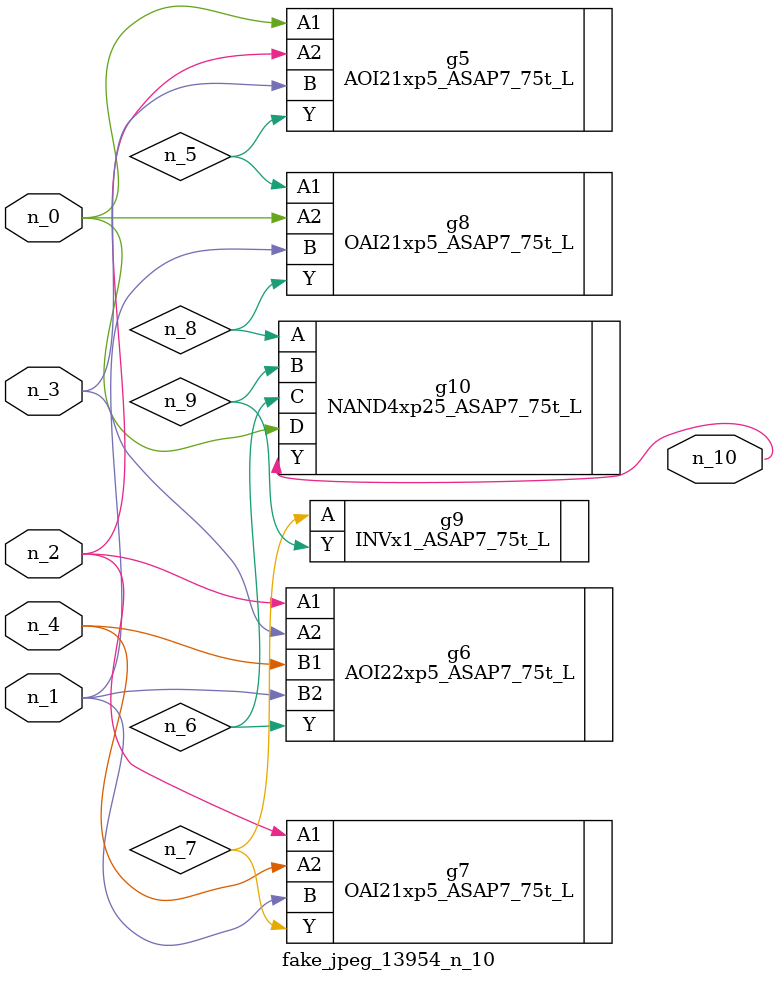
<source format=v>
module fake_jpeg_13954_n_10 (n_3, n_2, n_1, n_0, n_4, n_10);

input n_3;
input n_2;
input n_1;
input n_0;
input n_4;

output n_10;

wire n_8;
wire n_9;
wire n_6;
wire n_5;
wire n_7;

AOI21xp5_ASAP7_75t_L g5 ( 
.A1(n_0),
.A2(n_2),
.B(n_3),
.Y(n_5)
);

AOI22xp5_ASAP7_75t_L g6 ( 
.A1(n_2),
.A2(n_3),
.B1(n_4),
.B2(n_1),
.Y(n_6)
);

OAI21xp5_ASAP7_75t_L g7 ( 
.A1(n_2),
.A2(n_4),
.B(n_1),
.Y(n_7)
);

OAI21xp5_ASAP7_75t_L g8 ( 
.A1(n_5),
.A2(n_0),
.B(n_1),
.Y(n_8)
);

NAND4xp25_ASAP7_75t_L g10 ( 
.A(n_8),
.B(n_9),
.C(n_6),
.D(n_0),
.Y(n_10)
);

INVx1_ASAP7_75t_L g9 ( 
.A(n_7),
.Y(n_9)
);


endmodule
</source>
